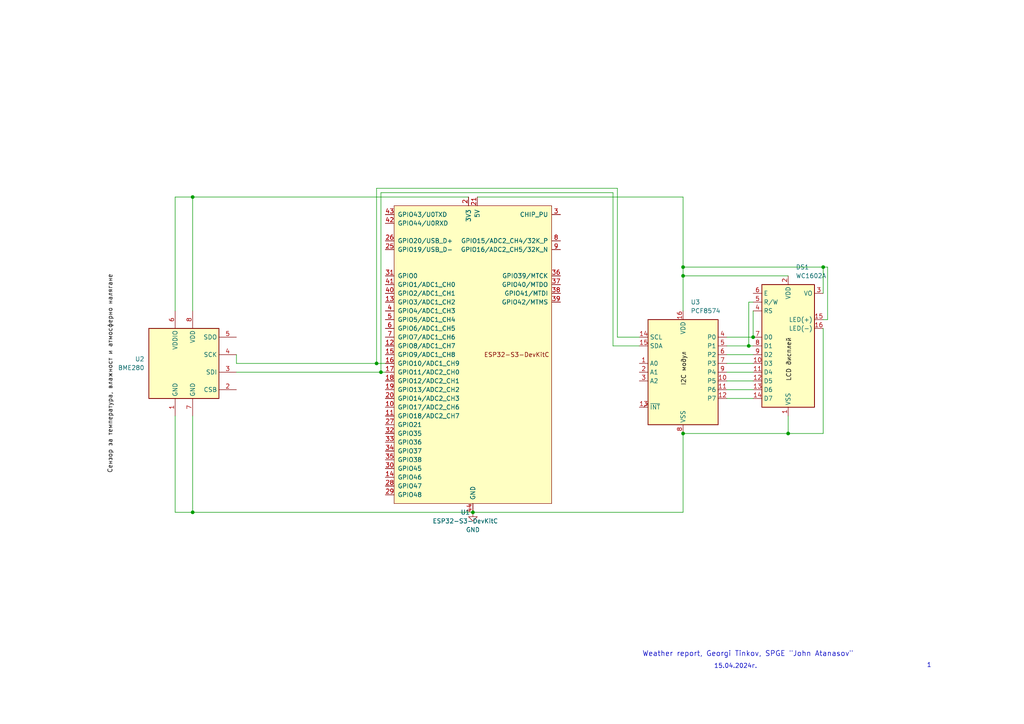
<source format=kicad_sch>
(kicad_sch
	(version 20231120)
	(generator "eeschema")
	(generator_version "8.0")
	(uuid "41d61fba-7857-4545-a919-7809c0ed3faf")
	(paper "A4")
	(lib_symbols
		(symbol "Display_Character:WC1602A"
			(exclude_from_sim no)
			(in_bom yes)
			(on_board yes)
			(property "Reference" "DS"
				(at -5.842 19.05 0)
				(effects
					(font
						(size 1.27 1.27)
					)
				)
			)
			(property "Value" "WC1602A"
				(at 5.334 19.05 0)
				(effects
					(font
						(size 1.27 1.27)
					)
				)
			)
			(property "Footprint" "Display:WC1602A"
				(at 0 -22.86 0)
				(effects
					(font
						(size 1.27 1.27)
						(italic yes)
					)
					(hide yes)
				)
			)
			(property "Datasheet" "http://www.wincomlcd.com/pdf/WC1602A-SFYLYHTC06.pdf"
				(at 17.78 0 0)
				(effects
					(font
						(size 1.27 1.27)
					)
					(hide yes)
				)
			)
			(property "Description" "LCD 16x2 Alphanumeric , 8 bit parallel bus, 5V VDD"
				(at 0 0 0)
				(effects
					(font
						(size 1.27 1.27)
					)
					(hide yes)
				)
			)
			(property "ki_keywords" "display LCD dot-matrix"
				(at 0 0 0)
				(effects
					(font
						(size 1.27 1.27)
					)
					(hide yes)
				)
			)
			(property "ki_fp_filters" "*WC*1602A*"
				(at 0 0 0)
				(effects
					(font
						(size 1.27 1.27)
					)
					(hide yes)
				)
			)
			(symbol "WC1602A_1_1"
				(rectangle
					(start -7.62 17.78)
					(end 7.62 -17.78)
					(stroke
						(width 0.254)
						(type default)
					)
					(fill
						(type background)
					)
				)
				(pin power_in line
					(at 0 -20.32 90)
					(length 2.54)
					(name "VSS"
						(effects
							(font
								(size 1.27 1.27)
							)
						)
					)
					(number "1"
						(effects
							(font
								(size 1.27 1.27)
							)
						)
					)
				)
				(pin input line
					(at -10.16 -5.08 0)
					(length 2.54)
					(name "D3"
						(effects
							(font
								(size 1.27 1.27)
							)
						)
					)
					(number "10"
						(effects
							(font
								(size 1.27 1.27)
							)
						)
					)
				)
				(pin input line
					(at -10.16 -7.62 0)
					(length 2.54)
					(name "D4"
						(effects
							(font
								(size 1.27 1.27)
							)
						)
					)
					(number "11"
						(effects
							(font
								(size 1.27 1.27)
							)
						)
					)
				)
				(pin input line
					(at -10.16 -10.16 0)
					(length 2.54)
					(name "D5"
						(effects
							(font
								(size 1.27 1.27)
							)
						)
					)
					(number "12"
						(effects
							(font
								(size 1.27 1.27)
							)
						)
					)
				)
				(pin input line
					(at -10.16 -12.7 0)
					(length 2.54)
					(name "D6"
						(effects
							(font
								(size 1.27 1.27)
							)
						)
					)
					(number "13"
						(effects
							(font
								(size 1.27 1.27)
							)
						)
					)
				)
				(pin input line
					(at -10.16 -15.24 0)
					(length 2.54)
					(name "D7"
						(effects
							(font
								(size 1.27 1.27)
							)
						)
					)
					(number "14"
						(effects
							(font
								(size 1.27 1.27)
							)
						)
					)
				)
				(pin power_in line
					(at 10.16 7.62 180)
					(length 2.54)
					(name "LED(+)"
						(effects
							(font
								(size 1.27 1.27)
							)
						)
					)
					(number "15"
						(effects
							(font
								(size 1.27 1.27)
							)
						)
					)
				)
				(pin power_in line
					(at 10.16 5.08 180)
					(length 2.54)
					(name "LED(-)"
						(effects
							(font
								(size 1.27 1.27)
							)
						)
					)
					(number "16"
						(effects
							(font
								(size 1.27 1.27)
							)
						)
					)
				)
				(pin power_in line
					(at 0 20.32 270)
					(length 2.54)
					(name "VDD"
						(effects
							(font
								(size 1.27 1.27)
							)
						)
					)
					(number "2"
						(effects
							(font
								(size 1.27 1.27)
							)
						)
					)
				)
				(pin input line
					(at 10.16 15.24 180)
					(length 2.54)
					(name "VO"
						(effects
							(font
								(size 1.27 1.27)
							)
						)
					)
					(number "3"
						(effects
							(font
								(size 1.27 1.27)
							)
						)
					)
				)
				(pin input line
					(at -10.16 10.16 0)
					(length 2.54)
					(name "RS"
						(effects
							(font
								(size 1.27 1.27)
							)
						)
					)
					(number "4"
						(effects
							(font
								(size 1.27 1.27)
							)
						)
					)
				)
				(pin input line
					(at -10.16 12.7 0)
					(length 2.54)
					(name "R/W"
						(effects
							(font
								(size 1.27 1.27)
							)
						)
					)
					(number "5"
						(effects
							(font
								(size 1.27 1.27)
							)
						)
					)
				)
				(pin input line
					(at -10.16 15.24 0)
					(length 2.54)
					(name "E"
						(effects
							(font
								(size 1.27 1.27)
							)
						)
					)
					(number "6"
						(effects
							(font
								(size 1.27 1.27)
							)
						)
					)
				)
				(pin input line
					(at -10.16 2.54 0)
					(length 2.54)
					(name "D0"
						(effects
							(font
								(size 1.27 1.27)
							)
						)
					)
					(number "7"
						(effects
							(font
								(size 1.27 1.27)
							)
						)
					)
				)
				(pin input line
					(at -10.16 0 0)
					(length 2.54)
					(name "D1"
						(effects
							(font
								(size 1.27 1.27)
							)
						)
					)
					(number "8"
						(effects
							(font
								(size 1.27 1.27)
							)
						)
					)
				)
				(pin input line
					(at -10.16 -2.54 0)
					(length 2.54)
					(name "D2"
						(effects
							(font
								(size 1.27 1.27)
							)
						)
					)
					(number "9"
						(effects
							(font
								(size 1.27 1.27)
							)
						)
					)
				)
			)
		)
		(symbol "Interface_Expansion:PCF8574"
			(exclude_from_sim no)
			(in_bom yes)
			(on_board yes)
			(property "Reference" "U"
				(at -8.89 16.51 0)
				(effects
					(font
						(size 1.27 1.27)
					)
					(justify left)
				)
			)
			(property "Value" "PCF8574"
				(at 2.54 16.51 0)
				(effects
					(font
						(size 1.27 1.27)
					)
					(justify left)
				)
			)
			(property "Footprint" ""
				(at 0 0 0)
				(effects
					(font
						(size 1.27 1.27)
					)
					(hide yes)
				)
			)
			(property "Datasheet" "http://www.nxp.com/docs/en/data-sheet/PCF8574_PCF8574A.pdf"
				(at 0 0 0)
				(effects
					(font
						(size 1.27 1.27)
					)
					(hide yes)
				)
			)
			(property "Description" "8 Bit Port/Expander to I2C Bus, DIP/SOIC-16"
				(at 0 0 0)
				(effects
					(font
						(size 1.27 1.27)
					)
					(hide yes)
				)
			)
			(property "ki_keywords" "I2C Expander"
				(at 0 0 0)
				(effects
					(font
						(size 1.27 1.27)
					)
					(hide yes)
				)
			)
			(property "ki_fp_filters" "DIP*W7.62mm* SOIC*7.5x10.3mm*P1.27mm*"
				(at 0 0 0)
				(effects
					(font
						(size 1.27 1.27)
					)
					(hide yes)
				)
			)
			(symbol "PCF8574_0_1"
				(rectangle
					(start -10.16 15.24)
					(end 10.16 -15.24)
					(stroke
						(width 0.254)
						(type default)
					)
					(fill
						(type background)
					)
				)
			)
			(symbol "PCF8574_1_1"
				(pin input line
					(at -12.7 2.54 0)
					(length 2.54)
					(name "A0"
						(effects
							(font
								(size 1.27 1.27)
							)
						)
					)
					(number "1"
						(effects
							(font
								(size 1.27 1.27)
							)
						)
					)
				)
				(pin bidirectional line
					(at 12.7 -2.54 180)
					(length 2.54)
					(name "P5"
						(effects
							(font
								(size 1.27 1.27)
							)
						)
					)
					(number "10"
						(effects
							(font
								(size 1.27 1.27)
							)
						)
					)
				)
				(pin bidirectional line
					(at 12.7 -5.08 180)
					(length 2.54)
					(name "P6"
						(effects
							(font
								(size 1.27 1.27)
							)
						)
					)
					(number "11"
						(effects
							(font
								(size 1.27 1.27)
							)
						)
					)
				)
				(pin bidirectional line
					(at 12.7 -7.62 180)
					(length 2.54)
					(name "P7"
						(effects
							(font
								(size 1.27 1.27)
							)
						)
					)
					(number "12"
						(effects
							(font
								(size 1.27 1.27)
							)
						)
					)
				)
				(pin open_collector output_low
					(at -12.7 -10.16 0)
					(length 2.54)
					(name "~{INT}"
						(effects
							(font
								(size 1.27 1.27)
							)
						)
					)
					(number "13"
						(effects
							(font
								(size 1.27 1.27)
							)
						)
					)
				)
				(pin input line
					(at -12.7 10.16 0)
					(length 2.54)
					(name "SCL"
						(effects
							(font
								(size 1.27 1.27)
							)
						)
					)
					(number "14"
						(effects
							(font
								(size 1.27 1.27)
							)
						)
					)
				)
				(pin bidirectional line
					(at -12.7 7.62 0)
					(length 2.54)
					(name "SDA"
						(effects
							(font
								(size 1.27 1.27)
							)
						)
					)
					(number "15"
						(effects
							(font
								(size 1.27 1.27)
							)
						)
					)
				)
				(pin power_in line
					(at 0 17.78 270)
					(length 2.54)
					(name "VDD"
						(effects
							(font
								(size 1.27 1.27)
							)
						)
					)
					(number "16"
						(effects
							(font
								(size 1.27 1.27)
							)
						)
					)
				)
				(pin input line
					(at -12.7 0 0)
					(length 2.54)
					(name "A1"
						(effects
							(font
								(size 1.27 1.27)
							)
						)
					)
					(number "2"
						(effects
							(font
								(size 1.27 1.27)
							)
						)
					)
				)
				(pin input line
					(at -12.7 -2.54 0)
					(length 2.54)
					(name "A2"
						(effects
							(font
								(size 1.27 1.27)
							)
						)
					)
					(number "3"
						(effects
							(font
								(size 1.27 1.27)
							)
						)
					)
				)
				(pin bidirectional line
					(at 12.7 10.16 180)
					(length 2.54)
					(name "P0"
						(effects
							(font
								(size 1.27 1.27)
							)
						)
					)
					(number "4"
						(effects
							(font
								(size 1.27 1.27)
							)
						)
					)
				)
				(pin bidirectional line
					(at 12.7 7.62 180)
					(length 2.54)
					(name "P1"
						(effects
							(font
								(size 1.27 1.27)
							)
						)
					)
					(number "5"
						(effects
							(font
								(size 1.27 1.27)
							)
						)
					)
				)
				(pin bidirectional line
					(at 12.7 5.08 180)
					(length 2.54)
					(name "P2"
						(effects
							(font
								(size 1.27 1.27)
							)
						)
					)
					(number "6"
						(effects
							(font
								(size 1.27 1.27)
							)
						)
					)
				)
				(pin bidirectional line
					(at 12.7 2.54 180)
					(length 2.54)
					(name "P3"
						(effects
							(font
								(size 1.27 1.27)
							)
						)
					)
					(number "7"
						(effects
							(font
								(size 1.27 1.27)
							)
						)
					)
				)
				(pin power_in line
					(at 0 -17.78 90)
					(length 2.54)
					(name "VSS"
						(effects
							(font
								(size 1.27 1.27)
							)
						)
					)
					(number "8"
						(effects
							(font
								(size 1.27 1.27)
							)
						)
					)
				)
				(pin bidirectional line
					(at 12.7 0 180)
					(length 2.54)
					(name "P4"
						(effects
							(font
								(size 1.27 1.27)
							)
						)
					)
					(number "9"
						(effects
							(font
								(size 1.27 1.27)
							)
						)
					)
				)
			)
		)
		(symbol "PCM_Espressif:ESP32-S3-DevKitC"
			(pin_names
				(offset 1.016)
			)
			(exclude_from_sim no)
			(in_bom yes)
			(on_board yes)
			(property "Reference" "U"
				(at -22.86 48.26 0)
				(effects
					(font
						(size 1.27 1.27)
					)
					(justify left)
				)
			)
			(property "Value" "ESP32-S3-DevKitC"
				(at -22.86 45.72 0)
				(effects
					(font
						(size 1.27 1.27)
					)
					(justify left)
				)
			)
			(property "Footprint" "PCM_Espressif:ESP32-S3-DevKitC"
				(at 0 -57.15 0)
				(effects
					(font
						(size 1.27 1.27)
					)
					(hide yes)
				)
			)
			(property "Datasheet" ""
				(at -59.69 -2.54 0)
				(effects
					(font
						(size 1.27 1.27)
					)
					(hide yes)
				)
			)
			(property "Description" "ESP32-S3-DevKitC"
				(at 0 0 0)
				(effects
					(font
						(size 1.27 1.27)
					)
					(hide yes)
				)
			)
			(symbol "ESP32-S3-DevKitC_0_0"
				(text "ESP32-S3-DevKitC"
					(at -12.7 0 0)
					(effects
						(font
							(size 1.27 1.27)
						)
					)
				)
				(pin bidirectional line
					(at 25.4 -35.56 180)
					(length 2.54)
					(name "GPIO46"
						(effects
							(font
								(size 1.27 1.27)
							)
						)
					)
					(number "14"
						(effects
							(font
								(size 1.27 1.27)
							)
						)
					)
				)
				(pin bidirectional line
					(at 25.4 -10.16 180)
					(length 2.54)
					(name "GPIO13/ADC2_CH2"
						(effects
							(font
								(size 1.27 1.27)
							)
						)
					)
					(number "19"
						(effects
							(font
								(size 1.27 1.27)
							)
						)
					)
				)
				(pin bidirectional line
					(at -25.4 15.24 0)
					(length 2.54)
					(name "GPIO42/MTMS"
						(effects
							(font
								(size 1.27 1.27)
							)
						)
					)
					(number "39"
						(effects
							(font
								(size 1.27 1.27)
							)
						)
					)
				)
				(pin bidirectional line
					(at 25.4 17.78 180)
					(length 2.54)
					(name "GPIO2/ADC1_CH1"
						(effects
							(font
								(size 1.27 1.27)
							)
						)
					)
					(number "40"
						(effects
							(font
								(size 1.27 1.27)
							)
						)
					)
				)
				(pin bidirectional line
					(at 25.4 20.32 180)
					(length 2.54)
					(name "GPIO1/ADC1_CH0"
						(effects
							(font
								(size 1.27 1.27)
							)
						)
					)
					(number "41"
						(effects
							(font
								(size 1.27 1.27)
							)
						)
					)
				)
				(pin bidirectional line
					(at 25.4 38.1 180)
					(length 2.54)
					(name "GPIO44/U0RXD"
						(effects
							(font
								(size 1.27 1.27)
							)
						)
					)
					(number "42"
						(effects
							(font
								(size 1.27 1.27)
							)
						)
					)
				)
				(pin bidirectional line
					(at 25.4 40.64 180)
					(length 2.54)
					(name "GPIO43/U0TXD"
						(effects
							(font
								(size 1.27 1.27)
							)
						)
					)
					(number "43"
						(effects
							(font
								(size 1.27 1.27)
							)
						)
					)
				)
				(pin power_in line
					(at 0 -45.72 90)
					(length 2.54)
					(name "GND"
						(effects
							(font
								(size 1.27 1.27)
							)
						)
					)
					(number "44"
						(effects
							(font
								(size 1.27 1.27)
							)
						)
					)
				)
			)
			(symbol "ESP32-S3-DevKitC_0_1"
				(rectangle
					(start -22.86 43.18)
					(end 22.86 -43.18)
					(stroke
						(width 0)
						(type default)
					)
					(fill
						(type background)
					)
				)
				(pin power_in line
					(at 1.27 45.72 270)
					(length 2.54)
					(name "3V3"
						(effects
							(font
								(size 1.27 1.27)
							)
						)
					)
					(number "2"
						(effects
							(font
								(size 1.27 1.27)
							)
						)
					)
				)
			)
			(symbol "ESP32-S3-DevKitC_1_1"
				(pin passive line
					(at 1.27 45.72 270)
					(length 2.54) hide
					(name "3V3"
						(effects
							(font
								(size 1.27 1.27)
							)
						)
					)
					(number "1"
						(effects
							(font
								(size 1.27 1.27)
							)
						)
					)
				)
				(pin bidirectional line
					(at 25.4 -15.24 180)
					(length 2.54)
					(name "GPIO17/ADC2_CH6"
						(effects
							(font
								(size 1.27 1.27)
							)
						)
					)
					(number "10"
						(effects
							(font
								(size 1.27 1.27)
							)
						)
					)
				)
				(pin bidirectional line
					(at 25.4 -17.78 180)
					(length 2.54)
					(name "GPIO18/ADC2_CH7"
						(effects
							(font
								(size 1.27 1.27)
							)
						)
					)
					(number "11"
						(effects
							(font
								(size 1.27 1.27)
							)
						)
					)
				)
				(pin bidirectional line
					(at 25.4 2.54 180)
					(length 2.54)
					(name "GPIO8/ADC1_CH7"
						(effects
							(font
								(size 1.27 1.27)
							)
						)
					)
					(number "12"
						(effects
							(font
								(size 1.27 1.27)
							)
						)
					)
				)
				(pin bidirectional line
					(at 25.4 15.24 180)
					(length 2.54)
					(name "GPIO3/ADC1_CH2"
						(effects
							(font
								(size 1.27 1.27)
							)
						)
					)
					(number "13"
						(effects
							(font
								(size 1.27 1.27)
							)
						)
					)
				)
				(pin bidirectional line
					(at 25.4 0 180)
					(length 2.54)
					(name "GPIO9/ADC1_CH8"
						(effects
							(font
								(size 1.27 1.27)
							)
						)
					)
					(number "15"
						(effects
							(font
								(size 1.27 1.27)
							)
						)
					)
				)
				(pin bidirectional line
					(at 25.4 -2.54 180)
					(length 2.54)
					(name "GPIO10/ADC1_CH9"
						(effects
							(font
								(size 1.27 1.27)
							)
						)
					)
					(number "16"
						(effects
							(font
								(size 1.27 1.27)
							)
						)
					)
				)
				(pin bidirectional line
					(at 25.4 -5.08 180)
					(length 2.54)
					(name "GPIO11/ADC2_CH0"
						(effects
							(font
								(size 1.27 1.27)
							)
						)
					)
					(number "17"
						(effects
							(font
								(size 1.27 1.27)
							)
						)
					)
				)
				(pin bidirectional line
					(at 25.4 -7.62 180)
					(length 2.54)
					(name "GPIO12/ADC2_CH1"
						(effects
							(font
								(size 1.27 1.27)
							)
						)
					)
					(number "18"
						(effects
							(font
								(size 1.27 1.27)
							)
						)
					)
				)
				(pin bidirectional line
					(at 25.4 -12.7 180)
					(length 2.54)
					(name "GPIO14/ADC2_CH3"
						(effects
							(font
								(size 1.27 1.27)
							)
						)
					)
					(number "20"
						(effects
							(font
								(size 1.27 1.27)
							)
						)
					)
				)
				(pin power_in line
					(at -1.27 45.72 270)
					(length 2.54)
					(name "5V"
						(effects
							(font
								(size 1.27 1.27)
							)
						)
					)
					(number "21"
						(effects
							(font
								(size 1.27 1.27)
							)
						)
					)
				)
				(pin passive line
					(at 0 -45.72 90)
					(length 2.54) hide
					(name "GND"
						(effects
							(font
								(size 1.27 1.27)
							)
						)
					)
					(number "22"
						(effects
							(font
								(size 1.27 1.27)
							)
						)
					)
				)
				(pin passive line
					(at 0 -45.72 90)
					(length 2.54) hide
					(name "GND"
						(effects
							(font
								(size 1.27 1.27)
							)
						)
					)
					(number "23"
						(effects
							(font
								(size 1.27 1.27)
							)
						)
					)
				)
				(pin passive line
					(at 0 -45.72 90)
					(length 2.54) hide
					(name "GND"
						(effects
							(font
								(size 1.27 1.27)
							)
						)
					)
					(number "24"
						(effects
							(font
								(size 1.27 1.27)
							)
						)
					)
				)
				(pin bidirectional line
					(at 25.4 30.48 180)
					(length 2.54)
					(name "GPIO19/USB_D-"
						(effects
							(font
								(size 1.27 1.27)
							)
						)
					)
					(number "25"
						(effects
							(font
								(size 1.27 1.27)
							)
						)
					)
				)
				(pin bidirectional line
					(at 25.4 33.02 180)
					(length 2.54)
					(name "GPIO20/USB_D+"
						(effects
							(font
								(size 1.27 1.27)
							)
						)
					)
					(number "26"
						(effects
							(font
								(size 1.27 1.27)
							)
						)
					)
				)
				(pin bidirectional line
					(at 25.4 -20.32 180)
					(length 2.54)
					(name "GPIO21"
						(effects
							(font
								(size 1.27 1.27)
							)
						)
					)
					(number "27"
						(effects
							(font
								(size 1.27 1.27)
							)
						)
					)
				)
				(pin bidirectional line
					(at 25.4 -38.1 180)
					(length 2.54)
					(name "GPIO47"
						(effects
							(font
								(size 1.27 1.27)
							)
						)
					)
					(number "28"
						(effects
							(font
								(size 1.27 1.27)
							)
						)
					)
				)
				(pin bidirectional line
					(at 25.4 -40.64 180)
					(length 2.54)
					(name "GPIO48"
						(effects
							(font
								(size 1.27 1.27)
							)
						)
					)
					(number "29"
						(effects
							(font
								(size 1.27 1.27)
							)
						)
					)
				)
				(pin input line
					(at -25.4 40.64 0)
					(length 2.54)
					(name "CHIP_PU"
						(effects
							(font
								(size 1.27 1.27)
							)
						)
					)
					(number "3"
						(effects
							(font
								(size 1.27 1.27)
							)
						)
					)
				)
				(pin bidirectional line
					(at 25.4 -33.02 180)
					(length 2.54)
					(name "GPIO45"
						(effects
							(font
								(size 1.27 1.27)
							)
						)
					)
					(number "30"
						(effects
							(font
								(size 1.27 1.27)
							)
						)
					)
				)
				(pin bidirectional line
					(at 25.4 22.86 180)
					(length 2.54)
					(name "GPIO0"
						(effects
							(font
								(size 1.27 1.27)
							)
						)
					)
					(number "31"
						(effects
							(font
								(size 1.27 1.27)
							)
						)
					)
				)
				(pin bidirectional line
					(at 25.4 -22.86 180)
					(length 2.54)
					(name "GPIO35"
						(effects
							(font
								(size 1.27 1.27)
							)
						)
					)
					(number "32"
						(effects
							(font
								(size 1.27 1.27)
							)
						)
					)
				)
				(pin bidirectional line
					(at 25.4 -25.4 180)
					(length 2.54)
					(name "GPIO36"
						(effects
							(font
								(size 1.27 1.27)
							)
						)
					)
					(number "33"
						(effects
							(font
								(size 1.27 1.27)
							)
						)
					)
				)
				(pin bidirectional line
					(at 25.4 -27.94 180)
					(length 2.54)
					(name "GPIO37"
						(effects
							(font
								(size 1.27 1.27)
							)
						)
					)
					(number "34"
						(effects
							(font
								(size 1.27 1.27)
							)
						)
					)
				)
				(pin bidirectional line
					(at 25.4 -30.48 180)
					(length 2.54)
					(name "GPIO38"
						(effects
							(font
								(size 1.27 1.27)
							)
						)
					)
					(number "35"
						(effects
							(font
								(size 1.27 1.27)
							)
						)
					)
				)
				(pin bidirectional line
					(at -25.4 22.86 0)
					(length 2.54)
					(name "GPIO39/MTCK"
						(effects
							(font
								(size 1.27 1.27)
							)
						)
					)
					(number "36"
						(effects
							(font
								(size 1.27 1.27)
							)
						)
					)
				)
				(pin bidirectional line
					(at -25.4 20.32 0)
					(length 2.54)
					(name "GPIO40/MTDO"
						(effects
							(font
								(size 1.27 1.27)
							)
						)
					)
					(number "37"
						(effects
							(font
								(size 1.27 1.27)
							)
						)
					)
				)
				(pin bidirectional line
					(at -25.4 17.78 0)
					(length 2.54)
					(name "GPIO41/MTDI"
						(effects
							(font
								(size 1.27 1.27)
							)
						)
					)
					(number "38"
						(effects
							(font
								(size 1.27 1.27)
							)
						)
					)
				)
				(pin bidirectional line
					(at 25.4 12.7 180)
					(length 2.54)
					(name "GPIO4/ADC1_CH3"
						(effects
							(font
								(size 1.27 1.27)
							)
						)
					)
					(number "4"
						(effects
							(font
								(size 1.27 1.27)
							)
						)
					)
				)
				(pin bidirectional line
					(at 25.4 10.16 180)
					(length 2.54)
					(name "GPIO5/ADC1_CH4"
						(effects
							(font
								(size 1.27 1.27)
							)
						)
					)
					(number "5"
						(effects
							(font
								(size 1.27 1.27)
							)
						)
					)
				)
				(pin bidirectional line
					(at 25.4 7.62 180)
					(length 2.54)
					(name "GPIO6/ADC1_CH5"
						(effects
							(font
								(size 1.27 1.27)
							)
						)
					)
					(number "6"
						(effects
							(font
								(size 1.27 1.27)
							)
						)
					)
				)
				(pin bidirectional line
					(at 25.4 5.08 180)
					(length 2.54)
					(name "GPIO7/ADC1_CH6"
						(effects
							(font
								(size 1.27 1.27)
							)
						)
					)
					(number "7"
						(effects
							(font
								(size 1.27 1.27)
							)
						)
					)
				)
				(pin bidirectional line
					(at -25.4 33.02 0)
					(length 2.54)
					(name "GPIO15/ADC2_CH4/32K_P"
						(effects
							(font
								(size 1.27 1.27)
							)
						)
					)
					(number "8"
						(effects
							(font
								(size 1.27 1.27)
							)
						)
					)
				)
				(pin bidirectional line
					(at -25.4 30.48 0)
					(length 2.54)
					(name "GPIO16/ADC2_CH5/32K_N"
						(effects
							(font
								(size 1.27 1.27)
							)
						)
					)
					(number "9"
						(effects
							(font
								(size 1.27 1.27)
							)
						)
					)
				)
			)
		)
		(symbol "Sensor:BME280"
			(exclude_from_sim no)
			(in_bom yes)
			(on_board yes)
			(property "Reference" "U"
				(at -8.89 11.43 0)
				(effects
					(font
						(size 1.27 1.27)
					)
				)
			)
			(property "Value" "BME280"
				(at 7.62 11.43 0)
				(effects
					(font
						(size 1.27 1.27)
					)
				)
			)
			(property "Footprint" "Package_LGA:Bosch_LGA-8_2.5x2.5mm_P0.65mm_ClockwisePinNumbering"
				(at 38.1 -11.43 0)
				(effects
					(font
						(size 1.27 1.27)
					)
					(hide yes)
				)
			)
			(property "Datasheet" "https://www.bosch-sensortec.com/media/boschsensortec/downloads/datasheets/bst-bme280-ds002.pdf"
				(at 0 -5.08 0)
				(effects
					(font
						(size 1.27 1.27)
					)
					(hide yes)
				)
			)
			(property "Description" "3-in-1 sensor, humidity, pressure, temperature, I2C and SPI interface, 1.71-3.6V, LGA-8"
				(at 0 0 0)
				(effects
					(font
						(size 1.27 1.27)
					)
					(hide yes)
				)
			)
			(property "ki_keywords" "Bosch pressure humidity temperature environment environmental measurement digital"
				(at 0 0 0)
				(effects
					(font
						(size 1.27 1.27)
					)
					(hide yes)
				)
			)
			(property "ki_fp_filters" "*LGA*2.5x2.5mm*P0.65mm*Clockwise*"
				(at 0 0 0)
				(effects
					(font
						(size 1.27 1.27)
					)
					(hide yes)
				)
			)
			(symbol "BME280_0_1"
				(rectangle
					(start -10.16 10.16)
					(end 10.16 -10.16)
					(stroke
						(width 0.254)
						(type default)
					)
					(fill
						(type background)
					)
				)
			)
			(symbol "BME280_1_1"
				(pin power_in line
					(at -2.54 -15.24 90)
					(length 5.08)
					(name "GND"
						(effects
							(font
								(size 1.27 1.27)
							)
						)
					)
					(number "1"
						(effects
							(font
								(size 1.27 1.27)
							)
						)
					)
				)
				(pin input line
					(at 15.24 -7.62 180)
					(length 5.08)
					(name "CSB"
						(effects
							(font
								(size 1.27 1.27)
							)
						)
					)
					(number "2"
						(effects
							(font
								(size 1.27 1.27)
							)
						)
					)
				)
				(pin bidirectional line
					(at 15.24 -2.54 180)
					(length 5.08)
					(name "SDI"
						(effects
							(font
								(size 1.27 1.27)
							)
						)
					)
					(number "3"
						(effects
							(font
								(size 1.27 1.27)
							)
						)
					)
				)
				(pin input line
					(at 15.24 2.54 180)
					(length 5.08)
					(name "SCK"
						(effects
							(font
								(size 1.27 1.27)
							)
						)
					)
					(number "4"
						(effects
							(font
								(size 1.27 1.27)
							)
						)
					)
				)
				(pin bidirectional line
					(at 15.24 7.62 180)
					(length 5.08)
					(name "SDO"
						(effects
							(font
								(size 1.27 1.27)
							)
						)
					)
					(number "5"
						(effects
							(font
								(size 1.27 1.27)
							)
						)
					)
				)
				(pin power_in line
					(at -2.54 15.24 270)
					(length 5.08)
					(name "VDDIO"
						(effects
							(font
								(size 1.27 1.27)
							)
						)
					)
					(number "6"
						(effects
							(font
								(size 1.27 1.27)
							)
						)
					)
				)
				(pin power_in line
					(at 2.54 -15.24 90)
					(length 5.08)
					(name "GND"
						(effects
							(font
								(size 1.27 1.27)
							)
						)
					)
					(number "7"
						(effects
							(font
								(size 1.27 1.27)
							)
						)
					)
				)
				(pin power_in line
					(at 2.54 15.24 270)
					(length 5.08)
					(name "VDD"
						(effects
							(font
								(size 1.27 1.27)
							)
						)
					)
					(number "8"
						(effects
							(font
								(size 1.27 1.27)
							)
						)
					)
				)
			)
		)
		(symbol "power:GND"
			(power)
			(pin_numbers hide)
			(pin_names
				(offset 0) hide)
			(exclude_from_sim no)
			(in_bom yes)
			(on_board yes)
			(property "Reference" "#PWR"
				(at 0 -6.35 0)
				(effects
					(font
						(size 1.27 1.27)
					)
					(hide yes)
				)
			)
			(property "Value" "GND"
				(at 0 -3.81 0)
				(effects
					(font
						(size 1.27 1.27)
					)
				)
			)
			(property "Footprint" ""
				(at 0 0 0)
				(effects
					(font
						(size 1.27 1.27)
					)
					(hide yes)
				)
			)
			(property "Datasheet" ""
				(at 0 0 0)
				(effects
					(font
						(size 1.27 1.27)
					)
					(hide yes)
				)
			)
			(property "Description" "Power symbol creates a global label with name \"GND\" , ground"
				(at 0 0 0)
				(effects
					(font
						(size 1.27 1.27)
					)
					(hide yes)
				)
			)
			(property "ki_keywords" "global power"
				(at 0 0 0)
				(effects
					(font
						(size 1.27 1.27)
					)
					(hide yes)
				)
			)
			(symbol "GND_0_1"
				(polyline
					(pts
						(xy 0 0) (xy 0 -1.27) (xy 1.27 -1.27) (xy 0 -2.54) (xy -1.27 -1.27) (xy 0 -1.27)
					)
					(stroke
						(width 0)
						(type default)
					)
					(fill
						(type none)
					)
				)
			)
			(symbol "GND_1_1"
				(pin power_in line
					(at 0 0 270)
					(length 0)
					(name "~"
						(effects
							(font
								(size 1.27 1.27)
							)
						)
					)
					(number "1"
						(effects
							(font
								(size 1.27 1.27)
							)
						)
					)
				)
			)
		)
	)
	(junction
		(at 110.49 107.95)
		(diameter 0)
		(color 0 0 0 0)
		(uuid "01309269-e181-4cf3-b0dd-17c165178aac")
	)
	(junction
		(at 109.22 105.41)
		(diameter 0)
		(color 0 0 0 0)
		(uuid "1c332829-e135-42a1-9b69-0afad6889699")
	)
	(junction
		(at 238.76 77.47)
		(diameter 0)
		(color 0 0 0 0)
		(uuid "1ef695eb-91f9-425b-926c-9a54ddca7290")
	)
	(junction
		(at 55.88 57.15)
		(diameter 0)
		(color 0 0 0 0)
		(uuid "349c09f4-adb8-4ce5-a895-65b783ddad94")
	)
	(junction
		(at 55.88 148.59)
		(diameter 0)
		(color 0 0 0 0)
		(uuid "36621293-f61a-40e3-8d07-dc50c4d60c30")
	)
	(junction
		(at 228.6 125.73)
		(diameter 0)
		(color 0 0 0 0)
		(uuid "691ee67a-ec24-46f5-bc4c-56ad75113942")
	)
	(junction
		(at 198.12 77.47)
		(diameter 0)
		(color 0 0 0 0)
		(uuid "bf18c7a2-6bfb-46ee-adf2-85844082bf96")
	)
	(junction
		(at 198.12 125.73)
		(diameter 0)
		(color 0 0 0 0)
		(uuid "c353389a-312b-4b8a-9de8-b2ace3390faf")
	)
	(junction
		(at 218.44 97.79)
		(diameter 0)
		(color 0 0 0 0)
		(uuid "e8d3f690-0a97-4bbd-8de3-206f22a1ac14")
	)
	(junction
		(at 198.12 80.01)
		(diameter 0)
		(color 0 0 0 0)
		(uuid "e8ff074c-94cc-4126-933f-bbfdabe82d00")
	)
	(junction
		(at 137.16 148.59)
		(diameter 0)
		(color 0 0 0 0)
		(uuid "ec13340d-1834-4c91-acc8-b0dda9117813")
	)
	(junction
		(at 217.17 100.33)
		(diameter 0)
		(color 0 0 0 0)
		(uuid "ed209e4f-c1bd-46fa-9500-557719e35c5f")
	)
	(wire
		(pts
			(xy 210.82 100.33) (xy 217.17 100.33)
		)
		(stroke
			(width 0)
			(type default)
		)
		(uuid "00523910-51b2-4f4b-b33d-8751f20e7199")
	)
	(wire
		(pts
			(xy 109.22 54.61) (xy 109.22 105.41)
		)
		(stroke
			(width 0)
			(type default)
		)
		(uuid "06ecca0a-5230-4f8b-9e07-bf5517dfa2ff")
	)
	(wire
		(pts
			(xy 110.49 107.95) (xy 111.76 107.95)
		)
		(stroke
			(width 0)
			(type default)
		)
		(uuid "0e4eb8a2-8ca6-478d-995b-0a3cec42f556")
	)
	(wire
		(pts
			(xy 177.8 100.33) (xy 177.8 55.88)
		)
		(stroke
			(width 0)
			(type default)
		)
		(uuid "14d64242-2936-4ef1-880b-b20ef814e764")
	)
	(wire
		(pts
			(xy 55.88 90.17) (xy 55.88 57.15)
		)
		(stroke
			(width 0)
			(type default)
		)
		(uuid "16881948-4365-419b-8636-7fa011d97665")
	)
	(wire
		(pts
			(xy 137.16 148.59) (xy 198.12 148.59)
		)
		(stroke
			(width 0)
			(type default)
		)
		(uuid "16c65df1-9b10-4379-865e-679200582ed1")
	)
	(wire
		(pts
			(xy 210.82 97.79) (xy 218.44 97.79)
		)
		(stroke
			(width 0)
			(type default)
		)
		(uuid "1cca4347-6011-4016-812a-a70068a5153d")
	)
	(wire
		(pts
			(xy 240.03 77.47) (xy 238.76 77.47)
		)
		(stroke
			(width 0)
			(type default)
		)
		(uuid "20b9ce83-19ef-4062-8842-1925c221bd53")
	)
	(wire
		(pts
			(xy 198.12 77.47) (xy 198.12 57.15)
		)
		(stroke
			(width 0)
			(type default)
		)
		(uuid "22a6b37e-a70b-45a3-b711-d8355428d2e5")
	)
	(wire
		(pts
			(xy 210.82 113.03) (xy 218.44 113.03)
		)
		(stroke
			(width 0)
			(type default)
		)
		(uuid "319aa805-146a-41be-8eac-35541362f046")
	)
	(wire
		(pts
			(xy 210.82 115.57) (xy 218.44 115.57)
		)
		(stroke
			(width 0)
			(type default)
		)
		(uuid "33729fcd-7ddd-4b40-82bb-9ff8bad0e196")
	)
	(wire
		(pts
			(xy 185.42 100.33) (xy 177.8 100.33)
		)
		(stroke
			(width 0)
			(type default)
		)
		(uuid "34d2b23a-57a8-4514-8a7b-7840c11c7644")
	)
	(wire
		(pts
			(xy 238.76 77.47) (xy 198.12 77.47)
		)
		(stroke
			(width 0)
			(type default)
		)
		(uuid "3cb8c2c5-8f0a-4dd2-b259-b41b395b4a00")
	)
	(wire
		(pts
			(xy 238.76 125.73) (xy 228.6 125.73)
		)
		(stroke
			(width 0)
			(type default)
		)
		(uuid "43d1bf15-b46d-470f-9f2b-fde60f252434")
	)
	(wire
		(pts
			(xy 238.76 95.25) (xy 238.76 125.73)
		)
		(stroke
			(width 0)
			(type default)
		)
		(uuid "46126a92-eca0-4bb5-9a3b-5ed55befc2f3")
	)
	(wire
		(pts
			(xy 210.82 110.49) (xy 218.44 110.49)
		)
		(stroke
			(width 0)
			(type default)
		)
		(uuid "471f9be1-4ac0-4374-a37f-7bc0579a6151")
	)
	(wire
		(pts
			(xy 218.44 87.63) (xy 217.17 87.63)
		)
		(stroke
			(width 0)
			(type default)
		)
		(uuid "4d8bd358-b1e7-4321-88ff-05aedbb04cce")
	)
	(wire
		(pts
			(xy 177.8 55.88) (xy 110.49 55.88)
		)
		(stroke
			(width 0)
			(type default)
		)
		(uuid "57fc0ddf-51f5-4065-b0e8-ad800ffdf656")
	)
	(wire
		(pts
			(xy 238.76 85.09) (xy 238.76 77.47)
		)
		(stroke
			(width 0)
			(type default)
		)
		(uuid "590d5e2c-5cc9-4cee-9129-738c4a6e412c")
	)
	(wire
		(pts
			(xy 68.58 105.41) (xy 109.22 105.41)
		)
		(stroke
			(width 0)
			(type default)
		)
		(uuid "7082d277-71db-4a51-8b91-0128dd7c1535")
	)
	(wire
		(pts
			(xy 50.8 148.59) (xy 55.88 148.59)
		)
		(stroke
			(width 0)
			(type default)
		)
		(uuid "72c59b61-2e85-47a1-ac6a-ca0100d424f6")
	)
	(wire
		(pts
			(xy 110.49 55.88) (xy 110.49 107.95)
		)
		(stroke
			(width 0)
			(type default)
		)
		(uuid "73a1de9a-7689-4b2f-b349-99924c85e7bb")
	)
	(wire
		(pts
			(xy 55.88 57.15) (xy 135.89 57.15)
		)
		(stroke
			(width 0)
			(type default)
		)
		(uuid "7424d473-5337-43b0-9b69-8fa34548b354")
	)
	(wire
		(pts
			(xy 240.03 92.71) (xy 240.03 77.47)
		)
		(stroke
			(width 0)
			(type default)
		)
		(uuid "7bcc5d1f-83ae-42b1-95c5-5c2b3c58350b")
	)
	(wire
		(pts
			(xy 179.07 97.79) (xy 179.07 54.61)
		)
		(stroke
			(width 0)
			(type default)
		)
		(uuid "83430220-e347-44c6-ab04-88a56d5f0555")
	)
	(wire
		(pts
			(xy 55.88 120.65) (xy 55.88 148.59)
		)
		(stroke
			(width 0)
			(type default)
		)
		(uuid "9e91cbb2-07b5-43be-89ce-be478069f7c9")
	)
	(wire
		(pts
			(xy 198.12 57.15) (xy 138.43 57.15)
		)
		(stroke
			(width 0)
			(type default)
		)
		(uuid "a141f2e4-369e-459c-a2b0-07b014352300")
	)
	(wire
		(pts
			(xy 217.17 100.33) (xy 218.44 100.33)
		)
		(stroke
			(width 0)
			(type default)
		)
		(uuid "a900ea2a-9544-4c6a-93cc-6acbf63a00fb")
	)
	(wire
		(pts
			(xy 210.82 102.87) (xy 218.44 102.87)
		)
		(stroke
			(width 0)
			(type default)
		)
		(uuid "aae68a07-1c3d-49b4-9f27-a03fd53b3ea1")
	)
	(wire
		(pts
			(xy 218.44 90.17) (xy 218.44 97.79)
		)
		(stroke
			(width 0)
			(type default)
		)
		(uuid "ad57b725-89fb-468b-ba33-c9fb6df143fa")
	)
	(wire
		(pts
			(xy 198.12 80.01) (xy 198.12 77.47)
		)
		(stroke
			(width 0)
			(type default)
		)
		(uuid "afc247f7-edb3-409f-9b69-a56ebd8870b3")
	)
	(wire
		(pts
			(xy 68.58 102.87) (xy 68.58 105.41)
		)
		(stroke
			(width 0)
			(type default)
		)
		(uuid "c021476e-15e2-4b19-a013-6cecb73c7784")
	)
	(wire
		(pts
			(xy 198.12 125.73) (xy 198.12 148.59)
		)
		(stroke
			(width 0)
			(type default)
		)
		(uuid "c1eb59ef-662b-41ad-b73c-0e32112927de")
	)
	(wire
		(pts
			(xy 198.12 90.17) (xy 198.12 80.01)
		)
		(stroke
			(width 0)
			(type default)
		)
		(uuid "ce6a3432-211c-42df-b621-6995b049b2b0")
	)
	(wire
		(pts
			(xy 217.17 87.63) (xy 217.17 100.33)
		)
		(stroke
			(width 0)
			(type default)
		)
		(uuid "d2b68b6d-4223-4221-84aa-4915c0f5bfd3")
	)
	(wire
		(pts
			(xy 238.76 92.71) (xy 240.03 92.71)
		)
		(stroke
			(width 0)
			(type default)
		)
		(uuid "d99db530-5620-47fb-a6a1-44dc8402d60e")
	)
	(wire
		(pts
			(xy 179.07 54.61) (xy 109.22 54.61)
		)
		(stroke
			(width 0)
			(type default)
		)
		(uuid "de62c83e-5001-48a2-9a62-b59f559e845f")
	)
	(wire
		(pts
			(xy 210.82 105.41) (xy 218.44 105.41)
		)
		(stroke
			(width 0)
			(type default)
		)
		(uuid "dfcce81f-c3c8-45b3-baf2-943a056fa7cd")
	)
	(wire
		(pts
			(xy 50.8 57.15) (xy 55.88 57.15)
		)
		(stroke
			(width 0)
			(type default)
		)
		(uuid "e154d7ff-ed1d-4fc0-bdd4-95f32d7d243f")
	)
	(wire
		(pts
			(xy 198.12 125.73) (xy 228.6 125.73)
		)
		(stroke
			(width 0)
			(type default)
		)
		(uuid "e4065a0b-b5d9-49f1-aed4-461687a202b6")
	)
	(wire
		(pts
			(xy 50.8 90.17) (xy 50.8 57.15)
		)
		(stroke
			(width 0)
			(type default)
		)
		(uuid "e503d3b7-27a6-466c-b11f-1873468951e5")
	)
	(wire
		(pts
			(xy 198.12 80.01) (xy 228.6 80.01)
		)
		(stroke
			(width 0)
			(type default)
		)
		(uuid "e54b4071-4a6f-4e3d-aeba-d0e71e173081")
	)
	(wire
		(pts
			(xy 68.58 107.95) (xy 110.49 107.95)
		)
		(stroke
			(width 0)
			(type default)
		)
		(uuid "e5f6119f-6001-4b74-b023-884f4ea344df")
	)
	(wire
		(pts
			(xy 228.6 120.65) (xy 228.6 125.73)
		)
		(stroke
			(width 0)
			(type default)
		)
		(uuid "f25e2ef9-7a4a-45d1-8fa7-7500202d889d")
	)
	(wire
		(pts
			(xy 210.82 107.95) (xy 218.44 107.95)
		)
		(stroke
			(width 0)
			(type default)
		)
		(uuid "f60a5497-72cb-493c-a4d3-20f52cb6b856")
	)
	(wire
		(pts
			(xy 185.42 97.79) (xy 179.07 97.79)
		)
		(stroke
			(width 0)
			(type default)
		)
		(uuid "f8d5e7bf-e298-4b17-a5d0-e73bc5faabff")
	)
	(wire
		(pts
			(xy 50.8 120.65) (xy 50.8 148.59)
		)
		(stroke
			(width 0)
			(type default)
		)
		(uuid "fc96cab6-21a1-4ebf-a6ba-a4036845c10d")
	)
	(wire
		(pts
			(xy 55.88 148.59) (xy 137.16 148.59)
		)
		(stroke
			(width 0)
			(type default)
		)
		(uuid "ff6edc5c-5c9b-4701-badb-a0ea504945e5")
	)
	(wire
		(pts
			(xy 109.22 105.41) (xy 111.76 105.41)
		)
		(stroke
			(width 0)
			(type default)
		)
		(uuid "ffdcf9b7-06ef-4da0-955e-92f7c5ffc1ae")
	)
	(text "Weather report, Georgi Tinkov, SPGE \"John Atanasov\""
		(exclude_from_sim no)
		(at 216.916 189.738 0)
		(effects
			(font
				(size 1.5 1.5)
			)
		)
		(uuid "47ed2afa-7d65-4ecc-80c1-07e151323537")
	)
	(text "1"
		(exclude_from_sim no)
		(at 269.494 193.04 0)
		(effects
			(font
				(size 1.27 1.27)
			)
		)
		(uuid "7a65dd48-c567-4d5b-9ab7-c8e04cc448c6")
	)
	(text "15.04.2024г."
		(exclude_from_sim no)
		(at 213.36 193.294 0)
		(effects
			(font
				(size 1.27 1.27)
			)
		)
		(uuid "bf5d94af-775e-45ea-a7a9-d3f748a91418")
	)
	(label "Сензор за температура, влажност и атмосферно налягане"
		(at 33.02 137.16 90)
		(fields_autoplaced yes)
		(effects
			(font
				(size 1.27 1.27)
			)
			(justify left bottom)
		)
		(uuid "66c48671-2a13-4107-aeb4-ae397f3db31f")
	)
	(label "I2C модул"
		(at 199.39 111.76 90)
		(fields_autoplaced yes)
		(effects
			(font
				(size 1.27 1.27)
			)
			(justify left bottom)
		)
		(uuid "88d50962-70f5-4b50-901e-b98bdd4e9498")
	)
	(label "LCD дисплей"
		(at 229.87 110.49 90)
		(fields_autoplaced yes)
		(effects
			(font
				(size 1.27 1.27)
			)
			(justify left bottom)
		)
		(uuid "ce54a121-a300-4c2d-9256-2531827d15ac")
	)
	(symbol
		(lib_id "PCM_Espressif:ESP32-S3-DevKitC")
		(at 137.16 102.87 0)
		(mirror y)
		(unit 1)
		(exclude_from_sim no)
		(in_bom yes)
		(on_board yes)
		(dnp no)
		(uuid "612a39d3-16a6-4cda-9d47-137d7ab0709f")
		(property "Reference" "U1"
			(at 134.9659 148.59 0)
			(effects
				(font
					(size 1.27 1.27)
				)
			)
		)
		(property "Value" "ESP32-S3-DevKitC"
			(at 134.9659 151.13 0)
			(effects
				(font
					(size 1.27 1.27)
				)
			)
		)
		(property "Footprint" "PCM_Espressif:ESP32-S3-DevKitC"
			(at 137.16 160.02 0)
			(effects
				(font
					(size 1.27 1.27)
				)
				(hide yes)
			)
		)
		(property "Datasheet" ""
			(at 196.85 105.41 0)
			(effects
				(font
					(size 1.27 1.27)
				)
				(hide yes)
			)
		)
		(property "Description" "ESP32-S3-DevKitC"
			(at 137.16 102.87 0)
			(effects
				(font
					(size 1.27 1.27)
				)
				(hide yes)
			)
		)
		(pin "7"
			(uuid "5dc9ea16-16e4-4ea7-930d-52ef14c76a5f")
		)
		(pin "30"
			(uuid "54cafb8f-ee4b-4b4b-81fc-9a99e1933b53")
		)
		(pin "5"
			(uuid "ce6dae24-7abb-4e32-bea9-696d37fc0763")
		)
		(pin "19"
			(uuid "234b9c79-bb3b-408d-aba3-0e9e0a30f45a")
		)
		(pin "17"
			(uuid "d93cceca-2af0-402e-a69e-502dda6e2970")
		)
		(pin "18"
			(uuid "12fea88f-6dfd-42de-92ff-8cb8362eb13a")
		)
		(pin "26"
			(uuid "d8ea11d6-95f9-4843-b8c5-5b8d3497c5bf")
		)
		(pin "34"
			(uuid "e1d447e7-739f-43f8-95e6-54691cb52faa")
		)
		(pin "35"
			(uuid "16fc4877-25d4-4d01-8cab-f96f7231e6f0")
		)
		(pin "37"
			(uuid "9b11729a-2c78-4beb-8df9-aeaae8910664")
		)
		(pin "6"
			(uuid "3333803e-40ba-4335-a8f5-b0bba00d28dc")
		)
		(pin "2"
			(uuid "da78e6fa-f652-4a49-954f-77452ad1f6c9")
		)
		(pin "21"
			(uuid "98b5be22-21b9-4b7b-88d6-ee79766c8669")
		)
		(pin "9"
			(uuid "b48d9b06-64eb-4b06-993a-669e6431ad9b")
		)
		(pin "39"
			(uuid "452a8568-2c7e-4a7d-b880-0ca3f34a4433")
		)
		(pin "36"
			(uuid "336fb252-4e9c-43e2-93b3-d53f3de37df3")
		)
		(pin "41"
			(uuid "a071120a-d0f8-46f6-9ec8-f7964196a665")
		)
		(pin "29"
			(uuid "698340a8-c0bc-4349-af14-a1827ad0fe66")
		)
		(pin "14"
			(uuid "2310a21e-78aa-4b71-a47d-9efc08c42028")
		)
		(pin "32"
			(uuid "c766a8f5-576d-4dcb-a447-5caeea992e73")
		)
		(pin "27"
			(uuid "653b8b4e-b5d8-4e4f-8f13-bc376b5480af")
		)
		(pin "4"
			(uuid "08b53d0f-0df9-49d7-8f3e-122dfac61294")
		)
		(pin "22"
			(uuid "3fea27bf-d8ea-44c2-9a59-bf9c35f091c6")
		)
		(pin "38"
			(uuid "fa9c0f56-c040-418c-8e1a-aa2b9af5dfaa")
		)
		(pin "12"
			(uuid "cfa7b6c1-d356-4a64-9a97-c6d9fd6a0bb0")
		)
		(pin "33"
			(uuid "132bb366-f4d6-4f6a-a7a7-18edc528cbb6")
		)
		(pin "11"
			(uuid "57e13e01-3de9-4c03-aff9-dc3d029befa4")
		)
		(pin "28"
			(uuid "c9827028-c025-4404-ac72-444e88f713dd")
		)
		(pin "8"
			(uuid "f58c12e5-9ada-45b3-9606-8553f6c8fa5b")
		)
		(pin "43"
			(uuid "a260ee50-aed0-4a44-acfc-3e613054e08e")
		)
		(pin "13"
			(uuid "8eb0d803-8667-40fe-8960-4052903ac743")
		)
		(pin "24"
			(uuid "5d2356f4-acee-4c15-a815-998cccf56acf")
		)
		(pin "20"
			(uuid "0bc0c05f-28c8-4c4b-a47d-7760ff6ee846")
		)
		(pin "40"
			(uuid "64443c57-3416-4bd8-8fce-d143ea7a6ae0")
		)
		(pin "42"
			(uuid "e9767a4f-90e1-4e63-8c3f-cf1ef06b6bf9")
		)
		(pin "10"
			(uuid "2808e8e8-93e2-496a-8c0c-a7b056f14fa4")
		)
		(pin "31"
			(uuid "ebfed260-7764-4f9f-828a-93af2c68feee")
		)
		(pin "25"
			(uuid "f847b96f-be78-4f9a-b37d-a5324250f01f")
		)
		(pin "3"
			(uuid "d5ec9e62-191d-4427-86a8-d16763e06638")
		)
		(pin "44"
			(uuid "0b17266f-34b4-487c-b2b6-01c9c3633de9")
		)
		(pin "1"
			(uuid "1878d4de-5055-4a9c-8875-1bcbe377885f")
		)
		(pin "16"
			(uuid "a2145679-28fc-4872-9abe-5a4a43f68b30")
		)
		(pin "15"
			(uuid "0afd6784-90d2-4a1a-b31a-73f3945a62ea")
		)
		(pin "23"
			(uuid "da7a8bf3-2295-4251-8c1f-5cff59aefe5c")
		)
		(instances
			(project "Weather Report"
				(path "/41d61fba-7857-4545-a919-7809c0ed3faf"
					(reference "U1")
					(unit 1)
				)
			)
		)
	)
	(symbol
		(lib_id "power:GND")
		(at 137.16 148.59 0)
		(unit 1)
		(exclude_from_sim no)
		(in_bom yes)
		(on_board yes)
		(dnp no)
		(fields_autoplaced yes)
		(uuid "7dc7d2dd-4e09-4fa1-84ae-e98e386b5ece")
		(property "Reference" "#PWR01"
			(at 137.16 154.94 0)
			(effects
				(font
					(size 1.27 1.27)
				)
				(hide yes)
			)
		)
		(property "Value" "GND"
			(at 137.16 153.67 0)
			(effects
				(font
					(size 1.27 1.27)
				)
			)
		)
		(property "Footprint" ""
			(at 137.16 148.59 0)
			(effects
				(font
					(size 1.27 1.27)
				)
				(hide yes)
			)
		)
		(property "Datasheet" ""
			(at 137.16 148.59 0)
			(effects
				(font
					(size 1.27 1.27)
				)
				(hide yes)
			)
		)
		(property "Description" "Power symbol creates a global label with name \"GND\" , ground"
			(at 137.16 148.59 0)
			(effects
				(font
					(size 1.27 1.27)
				)
				(hide yes)
			)
		)
		(pin "1"
			(uuid "a5ea1cac-179a-418d-b32b-12be30469a45")
		)
		(instances
			(project "Weather Report"
				(path "/41d61fba-7857-4545-a919-7809c0ed3faf"
					(reference "#PWR01")
					(unit 1)
				)
			)
		)
	)
	(symbol
		(lib_id "Sensor:BME280")
		(at 53.34 105.41 0)
		(unit 1)
		(exclude_from_sim no)
		(in_bom yes)
		(on_board yes)
		(dnp no)
		(fields_autoplaced yes)
		(uuid "b40d4b63-2732-453d-9a95-854f309b2121")
		(property "Reference" "U2"
			(at 41.91 104.1399 0)
			(effects
				(font
					(size 1.27 1.27)
				)
				(justify right)
			)
		)
		(property "Value" "BME280"
			(at 41.91 106.6799 0)
			(effects
				(font
					(size 1.27 1.27)
				)
				(justify right)
			)
		)
		(property "Footprint" "Package_LGA:Bosch_LGA-8_2.5x2.5mm_P0.65mm_ClockwisePinNumbering"
			(at 91.44 116.84 0)
			(effects
				(font
					(size 1.27 1.27)
				)
				(hide yes)
			)
		)
		(property "Datasheet" "https://www.bosch-sensortec.com/media/boschsensortec/downloads/datasheets/bst-bme280-ds002.pdf"
			(at 53.34 110.49 0)
			(effects
				(font
					(size 1.27 1.27)
				)
				(hide yes)
			)
		)
		(property "Description" "3-in-1 sensor, humidity, pressure, temperature, I2C and SPI interface, 1.71-3.6V, LGA-8"
			(at 53.34 105.41 0)
			(effects
				(font
					(size 1.27 1.27)
				)
				(hide yes)
			)
		)
		(pin "8"
			(uuid "b93015dd-9f4d-4e49-9698-d589f6b766ca")
		)
		(pin "4"
			(uuid "4643e4a0-28cd-4ba9-ad2d-9e9be212bea4")
		)
		(pin "7"
			(uuid "d3fbc4e7-d38c-48e1-98f2-5a7b6c2737f2")
		)
		(pin "5"
			(uuid "838ba0a2-5105-4e3f-bf0b-1299e2d981a8")
		)
		(pin "2"
			(uuid "c3cb299d-6282-4c26-9cc6-7bd70c965a3c")
		)
		(pin "1"
			(uuid "c5ea3f90-4e51-4f04-a7da-c919fc3a61d0")
		)
		(pin "3"
			(uuid "bf735ae5-8cbe-43f3-8907-38cf05a0e1f1")
		)
		(pin "6"
			(uuid "4e196a6a-f325-4001-9eed-ee175f9a0ca3")
		)
		(instances
			(project "Weather Report"
				(path "/41d61fba-7857-4545-a919-7809c0ed3faf"
					(reference "U2")
					(unit 1)
				)
			)
		)
	)
	(symbol
		(lib_id "Display_Character:WC1602A")
		(at 228.6 100.33 0)
		(unit 1)
		(exclude_from_sim no)
		(in_bom yes)
		(on_board yes)
		(dnp no)
		(fields_autoplaced yes)
		(uuid "b78233a7-0db8-4210-ba81-30997d23a408")
		(property "Reference" "DS1"
			(at 230.7941 77.47 0)
			(effects
				(font
					(size 1.27 1.27)
				)
				(justify left)
			)
		)
		(property "Value" "WC1602A"
			(at 230.7941 80.01 0)
			(effects
				(font
					(size 1.27 1.27)
				)
				(justify left)
			)
		)
		(property "Footprint" "Display:WC1602A"
			(at 228.6 123.19 0)
			(effects
				(font
					(size 1.27 1.27)
					(italic yes)
				)
				(hide yes)
			)
		)
		(property "Datasheet" "http://www.wincomlcd.com/pdf/WC1602A-SFYLYHTC06.pdf"
			(at 246.38 100.33 0)
			(effects
				(font
					(size 1.27 1.27)
				)
				(hide yes)
			)
		)
		(property "Description" "LCD 16x2 Alphanumeric , 8 bit parallel bus, 5V VDD"
			(at 228.6 100.33 0)
			(effects
				(font
					(size 1.27 1.27)
				)
				(hide yes)
			)
		)
		(pin "11"
			(uuid "3c4a3a6b-43db-4529-8fd2-a246b440c03e")
		)
		(pin "16"
			(uuid "10438021-e9a3-4c29-95e7-2211e4ce37a5")
		)
		(pin "13"
			(uuid "bfa1171d-32dc-4343-8d24-5979d20b3bfc")
		)
		(pin "15"
			(uuid "cd943a5d-9bcb-4acf-845e-e830ce7de150")
		)
		(pin "12"
			(uuid "2fc46ba6-4744-4687-80e4-747c31f199e0")
		)
		(pin "10"
			(uuid "37bec14a-8bac-44e1-8011-933bd002f0bc")
		)
		(pin "2"
			(uuid "704235c4-97ac-4851-877c-89643d1e0ee0")
		)
		(pin "4"
			(uuid "a95a4181-5af7-42f0-bc61-381cd20f02a8")
		)
		(pin "5"
			(uuid "dbaa9b9f-ccfc-4b44-923c-f64ca7661810")
		)
		(pin "1"
			(uuid "8505fae5-119b-4cf6-9bbc-835efcdb6866")
		)
		(pin "6"
			(uuid "dd55b88c-1821-4456-b02f-98ed9f08afbb")
		)
		(pin "14"
			(uuid "a6574688-db03-4b0d-ba23-293912693f7a")
		)
		(pin "7"
			(uuid "4947757d-daec-4400-89c0-6841dac53c5c")
		)
		(pin "8"
			(uuid "efbd457e-26cd-4bb5-bd69-5f34d9b26b69")
		)
		(pin "9"
			(uuid "34e731cd-f247-4ae4-93e2-01ba5589394b")
		)
		(pin "3"
			(uuid "2adbbb8f-7fa2-43cc-80ee-c5071e1f36d2")
		)
		(instances
			(project "Weather Report"
				(path "/41d61fba-7857-4545-a919-7809c0ed3faf"
					(reference "DS1")
					(unit 1)
				)
			)
		)
	)
	(symbol
		(lib_id "Interface_Expansion:PCF8574")
		(at 198.12 107.95 0)
		(unit 1)
		(exclude_from_sim no)
		(in_bom yes)
		(on_board yes)
		(dnp no)
		(fields_autoplaced yes)
		(uuid "fe45d572-9898-416d-b5fc-36b15b34d47e")
		(property "Reference" "U3"
			(at 200.3141 87.63 0)
			(effects
				(font
					(size 1.27 1.27)
				)
				(justify left)
			)
		)
		(property "Value" "PCF8574"
			(at 200.3141 90.17 0)
			(effects
				(font
					(size 1.27 1.27)
				)
				(justify left)
			)
		)
		(property "Footprint" ""
			(at 198.12 107.95 0)
			(effects
				(font
					(size 1.27 1.27)
				)
				(hide yes)
			)
		)
		(property "Datasheet" "http://www.nxp.com/docs/en/data-sheet/PCF8574_PCF8574A.pdf"
			(at 198.12 107.95 0)
			(effects
				(font
					(size 1.27 1.27)
				)
				(hide yes)
			)
		)
		(property "Description" "8 Bit Port/Expander to I2C Bus, DIP/SOIC-16"
			(at 198.12 107.95 0)
			(effects
				(font
					(size 1.27 1.27)
				)
				(hide yes)
			)
		)
		(pin "15"
			(uuid "4c8ecbd4-ca9d-4eea-a50b-b87735260556")
		)
		(pin "1"
			(uuid "347fc49b-a573-47b7-b760-ac492672a18c")
		)
		(pin "16"
			(uuid "b816b317-7d5d-4a78-abcb-b38a639912c0")
		)
		(pin "6"
			(uuid "ab78b1b3-d5c4-4b52-8dcf-4789ad830830")
		)
		(pin "12"
			(uuid "ff699b06-f0bf-4e73-8896-d3bb0a59431c")
		)
		(pin "10"
			(uuid "a857ef99-ccea-47f5-8d8c-a8b2a1c4f60e")
		)
		(pin "13"
			(uuid "a351436f-6ddf-4cc1-916a-e6cba8d7f082")
		)
		(pin "9"
			(uuid "f0c9cb7b-7bc1-4ec2-83c7-289258214480")
		)
		(pin "14"
			(uuid "195bf069-1af0-470a-a35b-567e6091aa39")
		)
		(pin "3"
			(uuid "44592491-85c3-463e-a847-d5db8692e77f")
		)
		(pin "11"
			(uuid "ee4139d2-8164-413a-b08e-7ef0bf8d7e43")
		)
		(pin "4"
			(uuid "16858e27-add0-447f-a18c-7fba537a39cd")
		)
		(pin "7"
			(uuid "413cb0c4-9a57-4707-897b-870309303d68")
		)
		(pin "8"
			(uuid "8d4c7c46-fd12-444a-b9ee-6819516aaad3")
		)
		(pin "2"
			(uuid "a69b24a1-8e44-40fe-834e-390d2ff626d4")
		)
		(pin "5"
			(uuid "c12c4d55-b00d-4c2d-969e-533926d2a4db")
		)
		(instances
			(project "Weather Report"
				(path "/41d61fba-7857-4545-a919-7809c0ed3faf"
					(reference "U3")
					(unit 1)
				)
			)
		)
	)
	(sheet_instances
		(path "/"
			(page "1")
		)
	)
)
</source>
